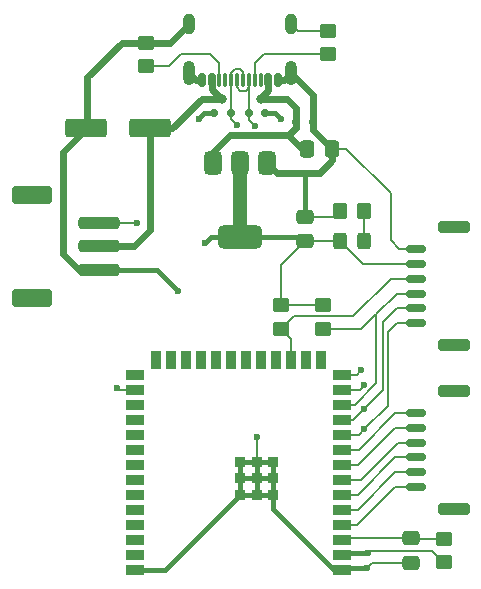
<source format=gtl>
G04 #@! TF.GenerationSoftware,KiCad,Pcbnew,9.0.2*
G04 #@! TF.CreationDate,2025-05-18T19:28:29-05:00*
G04 #@! TF.ProjectId,mainboard,6d61696e-626f-4617-9264-2e6b69636164,rev?*
G04 #@! TF.SameCoordinates,Original*
G04 #@! TF.FileFunction,Copper,L1,Top*
G04 #@! TF.FilePolarity,Positive*
%FSLAX46Y46*%
G04 Gerber Fmt 4.6, Leading zero omitted, Abs format (unit mm)*
G04 Created by KiCad (PCBNEW 9.0.2) date 2025-05-18 19:28:29*
%MOMM*%
%LPD*%
G01*
G04 APERTURE LIST*
G04 Aperture macros list*
%AMRoundRect*
0 Rectangle with rounded corners*
0 $1 Rounding radius*
0 $2 $3 $4 $5 $6 $7 $8 $9 X,Y pos of 4 corners*
0 Add a 4 corners polygon primitive as box body*
4,1,4,$2,$3,$4,$5,$6,$7,$8,$9,$2,$3,0*
0 Add four circle primitives for the rounded corners*
1,1,$1+$1,$2,$3*
1,1,$1+$1,$4,$5*
1,1,$1+$1,$6,$7*
1,1,$1+$1,$8,$9*
0 Add four rect primitives between the rounded corners*
20,1,$1+$1,$2,$3,$4,$5,0*
20,1,$1+$1,$4,$5,$6,$7,0*
20,1,$1+$1,$6,$7,$8,$9,0*
20,1,$1+$1,$8,$9,$2,$3,0*%
G04 Aperture macros list end*
G04 #@! TA.AperFunction,SMDPad,CuDef*
%ADD10R,1.500000X0.900000*%
G04 #@! TD*
G04 #@! TA.AperFunction,SMDPad,CuDef*
%ADD11R,0.900000X1.500000*%
G04 #@! TD*
G04 #@! TA.AperFunction,SMDPad,CuDef*
%ADD12R,0.900000X0.900000*%
G04 #@! TD*
G04 #@! TA.AperFunction,SMDPad,CuDef*
%ADD13RoundRect,0.375000X-0.375000X0.625000X-0.375000X-0.625000X0.375000X-0.625000X0.375000X0.625000X0*%
G04 #@! TD*
G04 #@! TA.AperFunction,SMDPad,CuDef*
%ADD14RoundRect,0.500000X-1.400000X0.500000X-1.400000X-0.500000X1.400000X-0.500000X1.400000X0.500000X0*%
G04 #@! TD*
G04 #@! TA.AperFunction,SMDPad,CuDef*
%ADD15RoundRect,0.250000X0.450000X-0.350000X0.450000X0.350000X-0.450000X0.350000X-0.450000X-0.350000X0*%
G04 #@! TD*
G04 #@! TA.AperFunction,SMDPad,CuDef*
%ADD16RoundRect,0.250000X0.475000X-0.337500X0.475000X0.337500X-0.475000X0.337500X-0.475000X-0.337500X0*%
G04 #@! TD*
G04 #@! TA.AperFunction,SMDPad,CuDef*
%ADD17RoundRect,0.150000X0.150000X0.200000X-0.150000X0.200000X-0.150000X-0.200000X0.150000X-0.200000X0*%
G04 #@! TD*
G04 #@! TA.AperFunction,SMDPad,CuDef*
%ADD18RoundRect,0.250000X-0.475000X0.337500X-0.475000X-0.337500X0.475000X-0.337500X0.475000X0.337500X0*%
G04 #@! TD*
G04 #@! TA.AperFunction,SMDPad,CuDef*
%ADD19RoundRect,0.250000X-0.337500X-0.475000X0.337500X-0.475000X0.337500X0.475000X-0.337500X0.475000X0*%
G04 #@! TD*
G04 #@! TA.AperFunction,SMDPad,CuDef*
%ADD20RoundRect,0.150000X0.150000X0.425000X-0.150000X0.425000X-0.150000X-0.425000X0.150000X-0.425000X0*%
G04 #@! TD*
G04 #@! TA.AperFunction,SMDPad,CuDef*
%ADD21RoundRect,0.075000X0.075000X0.500000X-0.075000X0.500000X-0.075000X-0.500000X0.075000X-0.500000X0*%
G04 #@! TD*
G04 #@! TA.AperFunction,HeatsinkPad*
%ADD22O,1.000000X2.100000*%
G04 #@! TD*
G04 #@! TA.AperFunction,HeatsinkPad*
%ADD23O,1.000000X1.800000*%
G04 #@! TD*
G04 #@! TA.AperFunction,SMDPad,CuDef*
%ADD24RoundRect,0.250000X0.350000X0.450000X-0.350000X0.450000X-0.350000X-0.450000X0.350000X-0.450000X0*%
G04 #@! TD*
G04 #@! TA.AperFunction,SMDPad,CuDef*
%ADD25RoundRect,0.150000X0.700000X-0.150000X0.700000X0.150000X-0.700000X0.150000X-0.700000X-0.150000X0*%
G04 #@! TD*
G04 #@! TA.AperFunction,SMDPad,CuDef*
%ADD26RoundRect,0.250000X1.100000X-0.250000X1.100000X0.250000X-1.100000X0.250000X-1.100000X-0.250000X0*%
G04 #@! TD*
G04 #@! TA.AperFunction,SMDPad,CuDef*
%ADD27RoundRect,0.150000X-0.150000X-0.200000X0.150000X-0.200000X0.150000X0.200000X-0.150000X0.200000X0*%
G04 #@! TD*
G04 #@! TA.AperFunction,SMDPad,CuDef*
%ADD28RoundRect,0.250000X0.325000X0.450000X-0.325000X0.450000X-0.325000X-0.450000X0.325000X-0.450000X0*%
G04 #@! TD*
G04 #@! TA.AperFunction,SMDPad,CuDef*
%ADD29RoundRect,0.250000X-0.450000X0.350000X-0.450000X-0.350000X0.450000X-0.350000X0.450000X0.350000X0*%
G04 #@! TD*
G04 #@! TA.AperFunction,SMDPad,CuDef*
%ADD30RoundRect,0.250000X-1.500000X0.250000X-1.500000X-0.250000X1.500000X-0.250000X1.500000X0.250000X0*%
G04 #@! TD*
G04 #@! TA.AperFunction,SMDPad,CuDef*
%ADD31RoundRect,0.250001X-1.449999X0.499999X-1.449999X-0.499999X1.449999X-0.499999X1.449999X0.499999X0*%
G04 #@! TD*
G04 #@! TA.AperFunction,SMDPad,CuDef*
%ADD32RoundRect,0.250000X1.500000X0.550000X-1.500000X0.550000X-1.500000X-0.550000X1.500000X-0.550000X0*%
G04 #@! TD*
G04 #@! TA.AperFunction,ViaPad*
%ADD33C,0.600000*%
G04 #@! TD*
G04 #@! TA.AperFunction,ViaPad*
%ADD34C,0.800000*%
G04 #@! TD*
G04 #@! TA.AperFunction,Conductor*
%ADD35C,0.600000*%
G04 #@! TD*
G04 #@! TA.AperFunction,Conductor*
%ADD36C,0.400000*%
G04 #@! TD*
G04 #@! TA.AperFunction,Conductor*
%ADD37C,0.200000*%
G04 #@! TD*
G04 #@! TA.AperFunction,Conductor*
%ADD38C,1.200000*%
G04 #@! TD*
G04 APERTURE END LIST*
D10*
X132900000Y-113120000D03*
X132900000Y-111850000D03*
X132900000Y-110580000D03*
X132900000Y-109310000D03*
X132900000Y-108040000D03*
X132900000Y-106770000D03*
X132900000Y-105500000D03*
X132900000Y-104230000D03*
X132900000Y-102960000D03*
X132900000Y-101690000D03*
X132900000Y-100420000D03*
X132900000Y-99150000D03*
X132900000Y-97880000D03*
X132900000Y-96610000D03*
D11*
X131135000Y-95360000D03*
X129865000Y-95360000D03*
X128595000Y-95360000D03*
X127325000Y-95360000D03*
X126055000Y-95360000D03*
X124785000Y-95360000D03*
X123515000Y-95360000D03*
X122245000Y-95360000D03*
X120975000Y-95360000D03*
X119705000Y-95360000D03*
X118435000Y-95360000D03*
X117165000Y-95360000D03*
D10*
X115400000Y-96610000D03*
X115400000Y-97880000D03*
X115400000Y-99150000D03*
X115400000Y-100420000D03*
X115400000Y-101690000D03*
X115400000Y-102960000D03*
X115400000Y-104230000D03*
X115400000Y-105500000D03*
X115400000Y-106770000D03*
X115400000Y-108040000D03*
X115400000Y-109310000D03*
X115400000Y-110580000D03*
X115400000Y-111850000D03*
X115400000Y-113120000D03*
D12*
X127050000Y-106800000D03*
X127050000Y-105400000D03*
X127050000Y-104000000D03*
X127050000Y-104000000D03*
X125650000Y-106800000D03*
X125650000Y-106800000D03*
X125650000Y-105400000D03*
X125650000Y-104000000D03*
X124250000Y-106800000D03*
X124250000Y-105400000D03*
X124250000Y-104000000D03*
D13*
X126550000Y-78650000D03*
X124250000Y-78650000D03*
D14*
X124250000Y-84950000D03*
D13*
X121950000Y-78650000D03*
D15*
X127750000Y-92750000D03*
X127750000Y-90750000D03*
D16*
X129750000Y-85337500D03*
X129750000Y-83262500D03*
D17*
X129000000Y-75250000D03*
X130400000Y-75250000D03*
D18*
X138750000Y-110462500D03*
X138750000Y-112537500D03*
D19*
X129962500Y-77500000D03*
X132037500Y-77500000D03*
D20*
X127450000Y-71680000D03*
X126650000Y-71680000D03*
D21*
X125500000Y-71680000D03*
X124500000Y-71680000D03*
X124000000Y-71680000D03*
X123000000Y-71680000D03*
D20*
X121850000Y-71680000D03*
X121050000Y-71680000D03*
X121050000Y-71680000D03*
X121850000Y-71680000D03*
D21*
X122500000Y-71680000D03*
X123500000Y-71680000D03*
X125000000Y-71680000D03*
X126000000Y-71680000D03*
D20*
X126650000Y-71680000D03*
X127450000Y-71680000D03*
D22*
X128570000Y-71105000D03*
D23*
X128570000Y-66925000D03*
D22*
X119930000Y-71105000D03*
D23*
X119930000Y-66925000D03*
D24*
X134750000Y-82750000D03*
X132750000Y-82750000D03*
D15*
X131700000Y-69500000D03*
X131700000Y-67500000D03*
D25*
X139150000Y-92250000D03*
X139150000Y-91000000D03*
X139150000Y-89750000D03*
X139150000Y-88500000D03*
X139150000Y-87250000D03*
X139150000Y-86000000D03*
D26*
X142350000Y-94100000D03*
X142350000Y-84150000D03*
D25*
X139150000Y-106125000D03*
X139150000Y-104875000D03*
X139150000Y-103625000D03*
X139150000Y-102375000D03*
X139150000Y-101125000D03*
X139150000Y-99875000D03*
D26*
X142350000Y-107975000D03*
X142350000Y-98025000D03*
D15*
X116250000Y-70500000D03*
X116250000Y-68500000D03*
D27*
X123450000Y-74500000D03*
X122050000Y-74500000D03*
D17*
X125000000Y-74500000D03*
X126400000Y-74500000D03*
D15*
X131250000Y-92750000D03*
X131250000Y-90750000D03*
D28*
X134775000Y-85300000D03*
X132725000Y-85300000D03*
D29*
X141500000Y-110500000D03*
X141500000Y-112500000D03*
D30*
X112350000Y-83750000D03*
X112350000Y-85750000D03*
X112350000Y-87750000D03*
D31*
X106600000Y-81400000D03*
X106600000Y-90100000D03*
D32*
X116650000Y-75750000D03*
X111250000Y-75750000D03*
D33*
X120750000Y-75000000D03*
X135000000Y-113000000D03*
X127700000Y-75000000D03*
X119000000Y-89500000D03*
X125650000Y-101900000D03*
X121250000Y-85500000D03*
X135061226Y-111740402D03*
D34*
X126000000Y-73250000D03*
X122750000Y-73250000D03*
D33*
X134750000Y-97500000D03*
X125500000Y-75550000D03*
X124000000Y-75500000D03*
X134500000Y-96250000D03*
X134760000Y-99510000D03*
X134750000Y-101250000D03*
X115500000Y-83750000D03*
X113850000Y-97750000D03*
D35*
X127995000Y-71680000D02*
X128570000Y-71105000D01*
X126550000Y-78650000D02*
X127400000Y-79500000D01*
D36*
X117930000Y-113120000D02*
X124250000Y-106800000D01*
D37*
X137750000Y-86000000D02*
X137000000Y-85250000D01*
X129145000Y-67500000D02*
X128570000Y-66925000D01*
D35*
X111300000Y-75750000D02*
X111300000Y-71450000D01*
X127450000Y-71680000D02*
X127995000Y-71680000D01*
X110600000Y-87750000D02*
X112350000Y-87750000D01*
X121050000Y-71680000D02*
X120505000Y-71680000D01*
D36*
X127200000Y-74500000D02*
X127700000Y-75000000D01*
D37*
X137000000Y-81250000D02*
X133250000Y-77500000D01*
D36*
X125650000Y-104000000D02*
X125650000Y-106800000D01*
D35*
X109250000Y-77800000D02*
X109250000Y-86400000D01*
X129750000Y-79500000D02*
X131000000Y-79500000D01*
D36*
X129750000Y-83262500D02*
X129750000Y-79500000D01*
D37*
X131700000Y-67500000D02*
X129145000Y-67500000D01*
D35*
X120505000Y-71680000D02*
X119930000Y-71105000D01*
X130400000Y-75250000D02*
X130400000Y-72935000D01*
D36*
X115400000Y-113120000D02*
X117930000Y-113120000D01*
X122050000Y-74500000D02*
X121200000Y-74500000D01*
D37*
X133250000Y-77500000D02*
X132037500Y-77500000D01*
D36*
X124250000Y-106800000D02*
X124250000Y-104000000D01*
X133020000Y-113000000D02*
X132900000Y-113120000D01*
D37*
X125650000Y-101900000D02*
X125650000Y-104000000D01*
D35*
X118355000Y-68500000D02*
X119930000Y-66925000D01*
D36*
X127050000Y-108000000D02*
X132170000Y-113120000D01*
D37*
X132250000Y-83250000D02*
X129762500Y-83250000D01*
X135462500Y-112537500D02*
X135000000Y-113000000D01*
D35*
X130400000Y-75862500D02*
X132037500Y-77500000D01*
D37*
X137000000Y-85250000D02*
X137000000Y-81250000D01*
D36*
X117250000Y-87750000D02*
X112350000Y-87750000D01*
X124250000Y-104000000D02*
X127050000Y-104000000D01*
D35*
X132037500Y-78462500D02*
X132037500Y-77500000D01*
D37*
X139150000Y-86000000D02*
X137750000Y-86000000D01*
D36*
X124250000Y-105400000D02*
X127050000Y-105400000D01*
D35*
X130400000Y-72935000D02*
X128570000Y-71105000D01*
D37*
X132750000Y-82750000D02*
X132250000Y-83250000D01*
D36*
X132170000Y-113120000D02*
X132900000Y-113120000D01*
X127050000Y-106800000D02*
X124250000Y-106800000D01*
D35*
X114250000Y-68500000D02*
X116250000Y-68500000D01*
X131000000Y-79500000D02*
X132037500Y-78462500D01*
X130400000Y-75250000D02*
X130400000Y-75862500D01*
D37*
X129762500Y-83250000D02*
X129750000Y-83262500D01*
D35*
X111300000Y-75750000D02*
X109250000Y-77800000D01*
D36*
X127050000Y-104000000D02*
X127050000Y-106800000D01*
X126400000Y-74500000D02*
X127200000Y-74500000D01*
X119000000Y-89500000D02*
X117250000Y-87750000D01*
D35*
X127400000Y-79500000D02*
X129750000Y-79500000D01*
D36*
X135000000Y-113000000D02*
X133020000Y-113000000D01*
D35*
X109250000Y-86400000D02*
X110600000Y-87750000D01*
D36*
X121200000Y-74500000D02*
X120700000Y-75000000D01*
D37*
X138750000Y-112537500D02*
X135462500Y-112537500D01*
D35*
X111300000Y-71450000D02*
X114250000Y-68500000D01*
D36*
X127050000Y-106800000D02*
X127050000Y-108000000D01*
D35*
X116250000Y-68500000D02*
X118355000Y-68500000D01*
D37*
X138750000Y-110462500D02*
X133017500Y-110462500D01*
X138787500Y-110500000D02*
X138750000Y-110462500D01*
X141500000Y-110500000D02*
X138787500Y-110500000D01*
X133017500Y-110462500D02*
X132900000Y-110580000D01*
D36*
X135000000Y-111750000D02*
X133000000Y-111750000D01*
D37*
X140500000Y-111500000D02*
X135301628Y-111500000D01*
D36*
X129362500Y-84950000D02*
X129750000Y-85337500D01*
D37*
X141500000Y-112500000D02*
X140500000Y-111500000D01*
X135301628Y-111500000D02*
X135061226Y-111740402D01*
D36*
X124250000Y-84950000D02*
X121800000Y-84950000D01*
D38*
X124250000Y-78650000D02*
X124250000Y-84950000D01*
D37*
X129787500Y-85300000D02*
X129750000Y-85337500D01*
X139150000Y-87250000D02*
X134675000Y-87250000D01*
D36*
X121800000Y-84950000D02*
X121250000Y-85500000D01*
D37*
X134675000Y-87250000D02*
X132725000Y-85300000D01*
D36*
X133000000Y-111750000D02*
X132900000Y-111850000D01*
D37*
X127750000Y-87337500D02*
X127750000Y-90750000D01*
D36*
X124250000Y-84950000D02*
X129362500Y-84950000D01*
D37*
X127750000Y-90750000D02*
X131250000Y-90750000D01*
X129750000Y-85337500D02*
X127750000Y-87337500D01*
X132725000Y-85300000D02*
X129787500Y-85300000D01*
D35*
X123400000Y-76350000D02*
X121950000Y-77800000D01*
X121950000Y-77800000D02*
X121950000Y-78650000D01*
X122750000Y-73250000D02*
X122679748Y-73250000D01*
X122750000Y-73250000D02*
X121000000Y-73250000D01*
X115250000Y-85750000D02*
X112350000Y-85750000D01*
X129000000Y-74050000D02*
X129000000Y-75250000D01*
X128200000Y-73250000D02*
X129000000Y-74050000D01*
X122679748Y-73250000D02*
X121850000Y-72420252D01*
X128350000Y-76350000D02*
X129500000Y-77500000D01*
X121850000Y-72420252D02*
X121850000Y-71680000D01*
X118500000Y-75750000D02*
X121000000Y-73250000D01*
X128350000Y-76350000D02*
X123400000Y-76350000D01*
X128350000Y-76350000D02*
X129000000Y-75700000D01*
X129000000Y-75250000D02*
X129000000Y-75700000D01*
X126000000Y-73250000D02*
X126000000Y-73200000D01*
X116650000Y-75750000D02*
X116650000Y-84350000D01*
X116650000Y-84350000D02*
X115250000Y-85750000D01*
X126000000Y-73250000D02*
X128200000Y-73250000D01*
X116700000Y-75750000D02*
X118500000Y-75750000D01*
X126650000Y-72550000D02*
X126650000Y-71680000D01*
X126000000Y-73200000D02*
X126650000Y-72550000D01*
X129500000Y-77500000D02*
X129962500Y-77500000D01*
D37*
X124732410Y-72555000D02*
X125000000Y-72287410D01*
X124267590Y-72555000D02*
X124732410Y-72555000D01*
X124000000Y-72287410D02*
X124267590Y-72555000D01*
X124000000Y-71680000D02*
X124000000Y-72287410D01*
X134370000Y-97880000D02*
X132900000Y-97880000D01*
X125000000Y-72287410D02*
X125000000Y-71680000D01*
X134900000Y-97350000D02*
X134370000Y-97880000D01*
X125000000Y-74500000D02*
X125000000Y-75050000D01*
X125000000Y-71680000D02*
X125000000Y-74500000D01*
X125000000Y-75050000D02*
X125500000Y-75550000D01*
X118250000Y-70500000D02*
X116250000Y-70500000D01*
X119250000Y-69500000D02*
X121750000Y-69500000D01*
X121750000Y-69500000D02*
X122500000Y-70250000D01*
X119250000Y-69500000D02*
X118250000Y-70500000D01*
X122500000Y-70250000D02*
X122500000Y-71680000D01*
X123450000Y-74950000D02*
X123450000Y-74500000D01*
X123500000Y-71072590D02*
X123822590Y-70750000D01*
X134140000Y-96610000D02*
X132900000Y-96610000D01*
X124000000Y-75500000D02*
X123450000Y-74950000D01*
X123500000Y-71680000D02*
X123500000Y-71072590D01*
X124500000Y-71000000D02*
X124500000Y-71680000D01*
X123500000Y-74450000D02*
X123450000Y-74500000D01*
X123822590Y-70750000D02*
X124250000Y-70750000D01*
X134500000Y-96250000D02*
X134140000Y-96610000D01*
X123500000Y-71680000D02*
X123500000Y-74450000D01*
X124250000Y-70750000D02*
X124500000Y-71000000D01*
X125500000Y-70250000D02*
X126250000Y-69500000D01*
X125500000Y-71680000D02*
X125500000Y-70250000D01*
X126250000Y-69500000D02*
X131700000Y-69500000D01*
X132900000Y-100420000D02*
X133850000Y-100420000D01*
X133850000Y-100420000D02*
X134760000Y-99510000D01*
X137500000Y-91000000D02*
X139150000Y-91000000D01*
X136350000Y-97920000D02*
X136350000Y-92150000D01*
X136350000Y-92150000D02*
X137500000Y-91000000D01*
X134760000Y-99510000D02*
X136350000Y-97920000D01*
X139150000Y-89750000D02*
X137500000Y-89750000D01*
X134500000Y-92750000D02*
X135750000Y-91500000D01*
X133948529Y-99150000D02*
X135750000Y-97348529D01*
X131250000Y-92750000D02*
X134500000Y-92750000D01*
X133948529Y-99150000D02*
X132900000Y-99150000D01*
X137500000Y-89750000D02*
X135750000Y-91500000D01*
X135750000Y-91500000D02*
X135750000Y-97348529D01*
X136750000Y-93000000D02*
X137500000Y-92250000D01*
X137500000Y-92250000D02*
X139150000Y-92250000D01*
X136750000Y-99250000D02*
X136750000Y-93000000D01*
X134750000Y-101250000D02*
X136750000Y-99250000D01*
X134310000Y-101690000D02*
X134750000Y-101250000D01*
X132900000Y-101690000D02*
X134310000Y-101690000D01*
X133850000Y-91650000D02*
X137000000Y-88500000D01*
X128850000Y-91650000D02*
X127750000Y-92750000D01*
X133850000Y-91650000D02*
X128850000Y-91650000D01*
X128595000Y-93595000D02*
X128595000Y-95360000D01*
X127750000Y-92750000D02*
X128595000Y-93595000D01*
X137000000Y-88500000D02*
X139150000Y-88500000D01*
X137375000Y-106125000D02*
X139150000Y-106125000D01*
X132900000Y-109310000D02*
X134190000Y-109310000D01*
X134190000Y-109310000D02*
X137375000Y-106125000D01*
X134290000Y-102960000D02*
X137375000Y-99875000D01*
X132900000Y-102960000D02*
X134290000Y-102960000D01*
X137375000Y-99875000D02*
X139150000Y-99875000D01*
X132900000Y-108040000D02*
X134210000Y-108040000D01*
X134210000Y-108040000D02*
X137375000Y-104875000D01*
X137375000Y-104875000D02*
X139150000Y-104875000D01*
X134270000Y-104230000D02*
X137375000Y-101125000D01*
X132900000Y-104230000D02*
X134270000Y-104230000D01*
X137375000Y-101125000D02*
X139150000Y-101125000D01*
X132900000Y-105500000D02*
X134500000Y-105500000D01*
X137625000Y-102375000D02*
X139150000Y-102375000D01*
X134500000Y-105500000D02*
X137625000Y-102375000D01*
X113850000Y-97750000D02*
X113980000Y-97880000D01*
X115500000Y-83750000D02*
X112350000Y-83750000D01*
X113980000Y-97880000D02*
X115400000Y-97880000D01*
X132900000Y-106770000D02*
X134230000Y-106770000D01*
X134230000Y-106770000D02*
X137375000Y-103625000D01*
X137375000Y-103625000D02*
X139150000Y-103625000D01*
X134750000Y-82750000D02*
X134750000Y-85275000D01*
X134750000Y-85275000D02*
X134775000Y-85300000D01*
M02*

</source>
